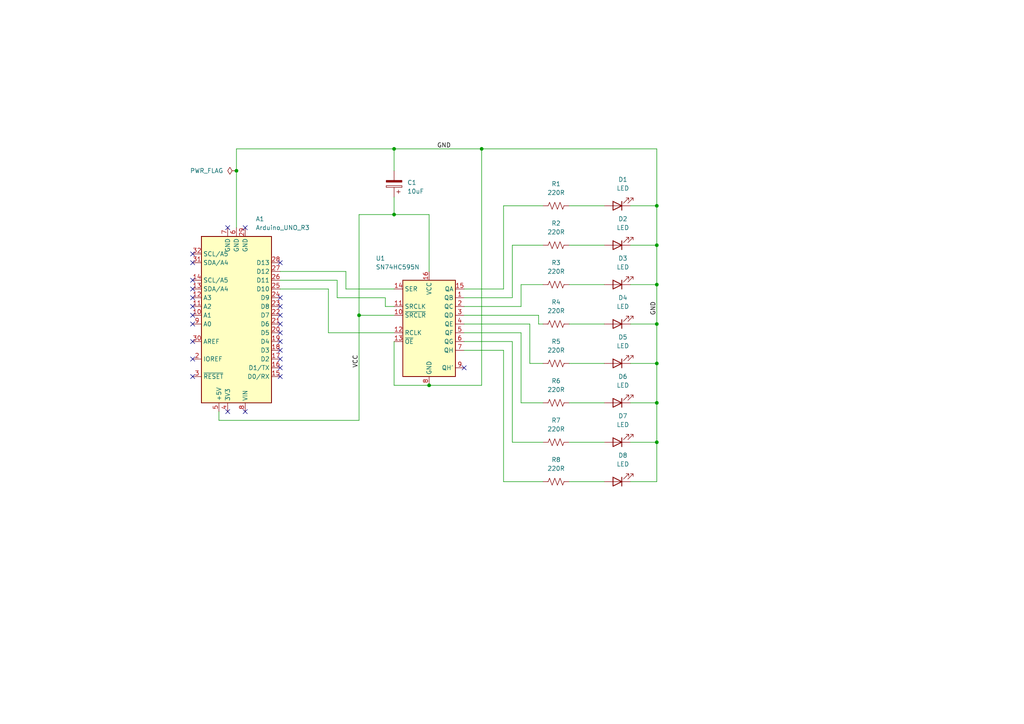
<source format=kicad_sch>
(kicad_sch
	(version 20231120)
	(generator "eeschema")
	(generator_version "8.0")
	(uuid "59814a0a-ee7f-4a26-98c9-ec67448287e1")
	(paper "A4")
	(title_block
		(title "SN74HC595N 8 LED Output with Arudino")
		(date "2024-10-15")
		(rev "0")
	)
	(lib_symbols
		(symbol "74xx:74HC595"
			(exclude_from_sim no)
			(in_bom yes)
			(on_board yes)
			(property "Reference" "U"
				(at -7.62 13.97 0)
				(effects
					(font
						(size 1.27 1.27)
					)
				)
			)
			(property "Value" "74HC595"
				(at -7.62 -16.51 0)
				(effects
					(font
						(size 1.27 1.27)
					)
				)
			)
			(property "Footprint" ""
				(at 0 0 0)
				(effects
					(font
						(size 1.27 1.27)
					)
					(hide yes)
				)
			)
			(property "Datasheet" "http://www.ti.com/lit/ds/symlink/sn74hc595.pdf"
				(at 0 0 0)
				(effects
					(font
						(size 1.27 1.27)
					)
					(hide yes)
				)
			)
			(property "Description" "8-bit serial in/out Shift Register 3-State Outputs"
				(at 0 0 0)
				(effects
					(font
						(size 1.27 1.27)
					)
					(hide yes)
				)
			)
			(property "ki_keywords" "HCMOS SR 3State"
				(at 0 0 0)
				(effects
					(font
						(size 1.27 1.27)
					)
					(hide yes)
				)
			)
			(property "ki_fp_filters" "DIP*W7.62mm* SOIC*3.9x9.9mm*P1.27mm* TSSOP*4.4x5mm*P0.65mm* SOIC*5.3x10.2mm*P1.27mm* SOIC*7.5x10.3mm*P1.27mm*"
				(at 0 0 0)
				(effects
					(font
						(size 1.27 1.27)
					)
					(hide yes)
				)
			)
			(symbol "74HC595_1_0"
				(pin tri_state line
					(at 10.16 7.62 180)
					(length 2.54)
					(name "QB"
						(effects
							(font
								(size 1.27 1.27)
							)
						)
					)
					(number "1"
						(effects
							(font
								(size 1.27 1.27)
							)
						)
					)
				)
				(pin input line
					(at -10.16 2.54 0)
					(length 2.54)
					(name "~{SRCLR}"
						(effects
							(font
								(size 1.27 1.27)
							)
						)
					)
					(number "10"
						(effects
							(font
								(size 1.27 1.27)
							)
						)
					)
				)
				(pin input line
					(at -10.16 5.08 0)
					(length 2.54)
					(name "SRCLK"
						(effects
							(font
								(size 1.27 1.27)
							)
						)
					)
					(number "11"
						(effects
							(font
								(size 1.27 1.27)
							)
						)
					)
				)
				(pin input line
					(at -10.16 -2.54 0)
					(length 2.54)
					(name "RCLK"
						(effects
							(font
								(size 1.27 1.27)
							)
						)
					)
					(number "12"
						(effects
							(font
								(size 1.27 1.27)
							)
						)
					)
				)
				(pin input line
					(at -10.16 -5.08 0)
					(length 2.54)
					(name "~{OE}"
						(effects
							(font
								(size 1.27 1.27)
							)
						)
					)
					(number "13"
						(effects
							(font
								(size 1.27 1.27)
							)
						)
					)
				)
				(pin input line
					(at -10.16 10.16 0)
					(length 2.54)
					(name "SER"
						(effects
							(font
								(size 1.27 1.27)
							)
						)
					)
					(number "14"
						(effects
							(font
								(size 1.27 1.27)
							)
						)
					)
				)
				(pin tri_state line
					(at 10.16 10.16 180)
					(length 2.54)
					(name "QA"
						(effects
							(font
								(size 1.27 1.27)
							)
						)
					)
					(number "15"
						(effects
							(font
								(size 1.27 1.27)
							)
						)
					)
				)
				(pin power_in line
					(at 0 15.24 270)
					(length 2.54)
					(name "VCC"
						(effects
							(font
								(size 1.27 1.27)
							)
						)
					)
					(number "16"
						(effects
							(font
								(size 1.27 1.27)
							)
						)
					)
				)
				(pin tri_state line
					(at 10.16 5.08 180)
					(length 2.54)
					(name "QC"
						(effects
							(font
								(size 1.27 1.27)
							)
						)
					)
					(number "2"
						(effects
							(font
								(size 1.27 1.27)
							)
						)
					)
				)
				(pin tri_state line
					(at 10.16 2.54 180)
					(length 2.54)
					(name "QD"
						(effects
							(font
								(size 1.27 1.27)
							)
						)
					)
					(number "3"
						(effects
							(font
								(size 1.27 1.27)
							)
						)
					)
				)
				(pin tri_state line
					(at 10.16 0 180)
					(length 2.54)
					(name "QE"
						(effects
							(font
								(size 1.27 1.27)
							)
						)
					)
					(number "4"
						(effects
							(font
								(size 1.27 1.27)
							)
						)
					)
				)
				(pin tri_state line
					(at 10.16 -2.54 180)
					(length 2.54)
					(name "QF"
						(effects
							(font
								(size 1.27 1.27)
							)
						)
					)
					(number "5"
						(effects
							(font
								(size 1.27 1.27)
							)
						)
					)
				)
				(pin tri_state line
					(at 10.16 -5.08 180)
					(length 2.54)
					(name "QG"
						(effects
							(font
								(size 1.27 1.27)
							)
						)
					)
					(number "6"
						(effects
							(font
								(size 1.27 1.27)
							)
						)
					)
				)
				(pin tri_state line
					(at 10.16 -7.62 180)
					(length 2.54)
					(name "QH"
						(effects
							(font
								(size 1.27 1.27)
							)
						)
					)
					(number "7"
						(effects
							(font
								(size 1.27 1.27)
							)
						)
					)
				)
				(pin power_in line
					(at 0 -17.78 90)
					(length 2.54)
					(name "GND"
						(effects
							(font
								(size 1.27 1.27)
							)
						)
					)
					(number "8"
						(effects
							(font
								(size 1.27 1.27)
							)
						)
					)
				)
				(pin output line
					(at 10.16 -12.7 180)
					(length 2.54)
					(name "QH'"
						(effects
							(font
								(size 1.27 1.27)
							)
						)
					)
					(number "9"
						(effects
							(font
								(size 1.27 1.27)
							)
						)
					)
				)
			)
			(symbol "74HC595_1_1"
				(rectangle
					(start -7.62 12.7)
					(end 7.62 -15.24)
					(stroke
						(width 0.254)
						(type default)
					)
					(fill
						(type background)
					)
				)
			)
		)
		(symbol "Device:C_Polarized"
			(pin_numbers hide)
			(pin_names
				(offset 0.254)
			)
			(exclude_from_sim no)
			(in_bom yes)
			(on_board yes)
			(property "Reference" "C"
				(at 0.635 2.54 0)
				(effects
					(font
						(size 1.27 1.27)
					)
					(justify left)
				)
			)
			(property "Value" "C_Polarized"
				(at 0.635 -2.54 0)
				(effects
					(font
						(size 1.27 1.27)
					)
					(justify left)
				)
			)
			(property "Footprint" ""
				(at 0.9652 -3.81 0)
				(effects
					(font
						(size 1.27 1.27)
					)
					(hide yes)
				)
			)
			(property "Datasheet" "~"
				(at 0 0 0)
				(effects
					(font
						(size 1.27 1.27)
					)
					(hide yes)
				)
			)
			(property "Description" "Polarized capacitor"
				(at 0 0 0)
				(effects
					(font
						(size 1.27 1.27)
					)
					(hide yes)
				)
			)
			(property "ki_keywords" "cap capacitor"
				(at 0 0 0)
				(effects
					(font
						(size 1.27 1.27)
					)
					(hide yes)
				)
			)
			(property "ki_fp_filters" "CP_*"
				(at 0 0 0)
				(effects
					(font
						(size 1.27 1.27)
					)
					(hide yes)
				)
			)
			(symbol "C_Polarized_0_1"
				(rectangle
					(start -2.286 0.508)
					(end 2.286 1.016)
					(stroke
						(width 0)
						(type default)
					)
					(fill
						(type none)
					)
				)
				(polyline
					(pts
						(xy -1.778 2.286) (xy -0.762 2.286)
					)
					(stroke
						(width 0)
						(type default)
					)
					(fill
						(type none)
					)
				)
				(polyline
					(pts
						(xy -1.27 2.794) (xy -1.27 1.778)
					)
					(stroke
						(width 0)
						(type default)
					)
					(fill
						(type none)
					)
				)
				(rectangle
					(start 2.286 -0.508)
					(end -2.286 -1.016)
					(stroke
						(width 0)
						(type default)
					)
					(fill
						(type outline)
					)
				)
			)
			(symbol "C_Polarized_1_1"
				(pin passive line
					(at 0 3.81 270)
					(length 2.794)
					(name "~"
						(effects
							(font
								(size 1.27 1.27)
							)
						)
					)
					(number "1"
						(effects
							(font
								(size 1.27 1.27)
							)
						)
					)
				)
				(pin passive line
					(at 0 -3.81 90)
					(length 2.794)
					(name "~"
						(effects
							(font
								(size 1.27 1.27)
							)
						)
					)
					(number "2"
						(effects
							(font
								(size 1.27 1.27)
							)
						)
					)
				)
			)
		)
		(symbol "Device:LED"
			(pin_numbers hide)
			(pin_names
				(offset 1.016) hide)
			(exclude_from_sim no)
			(in_bom yes)
			(on_board yes)
			(property "Reference" "D"
				(at 0 2.54 0)
				(effects
					(font
						(size 1.27 1.27)
					)
				)
			)
			(property "Value" "LED"
				(at 0 -2.54 0)
				(effects
					(font
						(size 1.27 1.27)
					)
				)
			)
			(property "Footprint" ""
				(at 0 0 0)
				(effects
					(font
						(size 1.27 1.27)
					)
					(hide yes)
				)
			)
			(property "Datasheet" "~"
				(at 0 0 0)
				(effects
					(font
						(size 1.27 1.27)
					)
					(hide yes)
				)
			)
			(property "Description" "Light emitting diode"
				(at 0 0 0)
				(effects
					(font
						(size 1.27 1.27)
					)
					(hide yes)
				)
			)
			(property "ki_keywords" "LED diode"
				(at 0 0 0)
				(effects
					(font
						(size 1.27 1.27)
					)
					(hide yes)
				)
			)
			(property "ki_fp_filters" "LED* LED_SMD:* LED_THT:*"
				(at 0 0 0)
				(effects
					(font
						(size 1.27 1.27)
					)
					(hide yes)
				)
			)
			(symbol "LED_0_1"
				(polyline
					(pts
						(xy -1.27 -1.27) (xy -1.27 1.27)
					)
					(stroke
						(width 0.254)
						(type default)
					)
					(fill
						(type none)
					)
				)
				(polyline
					(pts
						(xy -1.27 0) (xy 1.27 0)
					)
					(stroke
						(width 0)
						(type default)
					)
					(fill
						(type none)
					)
				)
				(polyline
					(pts
						(xy 1.27 -1.27) (xy 1.27 1.27) (xy -1.27 0) (xy 1.27 -1.27)
					)
					(stroke
						(width 0.254)
						(type default)
					)
					(fill
						(type none)
					)
				)
				(polyline
					(pts
						(xy -3.048 -0.762) (xy -4.572 -2.286) (xy -3.81 -2.286) (xy -4.572 -2.286) (xy -4.572 -1.524)
					)
					(stroke
						(width 0)
						(type default)
					)
					(fill
						(type none)
					)
				)
				(polyline
					(pts
						(xy -1.778 -0.762) (xy -3.302 -2.286) (xy -2.54 -2.286) (xy -3.302 -2.286) (xy -3.302 -1.524)
					)
					(stroke
						(width 0)
						(type default)
					)
					(fill
						(type none)
					)
				)
			)
			(symbol "LED_1_1"
				(pin passive line
					(at -3.81 0 0)
					(length 2.54)
					(name "K"
						(effects
							(font
								(size 1.27 1.27)
							)
						)
					)
					(number "1"
						(effects
							(font
								(size 1.27 1.27)
							)
						)
					)
				)
				(pin passive line
					(at 3.81 0 180)
					(length 2.54)
					(name "A"
						(effects
							(font
								(size 1.27 1.27)
							)
						)
					)
					(number "2"
						(effects
							(font
								(size 1.27 1.27)
							)
						)
					)
				)
			)
		)
		(symbol "Device:R_US"
			(pin_numbers hide)
			(pin_names
				(offset 0)
			)
			(exclude_from_sim no)
			(in_bom yes)
			(on_board yes)
			(property "Reference" "R"
				(at 2.54 0 90)
				(effects
					(font
						(size 1.27 1.27)
					)
				)
			)
			(property "Value" "R_US"
				(at -2.54 0 90)
				(effects
					(font
						(size 1.27 1.27)
					)
				)
			)
			(property "Footprint" ""
				(at 1.016 -0.254 90)
				(effects
					(font
						(size 1.27 1.27)
					)
					(hide yes)
				)
			)
			(property "Datasheet" "~"
				(at 0 0 0)
				(effects
					(font
						(size 1.27 1.27)
					)
					(hide yes)
				)
			)
			(property "Description" "Resistor, US symbol"
				(at 0 0 0)
				(effects
					(font
						(size 1.27 1.27)
					)
					(hide yes)
				)
			)
			(property "ki_keywords" "R res resistor"
				(at 0 0 0)
				(effects
					(font
						(size 1.27 1.27)
					)
					(hide yes)
				)
			)
			(property "ki_fp_filters" "R_*"
				(at 0 0 0)
				(effects
					(font
						(size 1.27 1.27)
					)
					(hide yes)
				)
			)
			(symbol "R_US_0_1"
				(polyline
					(pts
						(xy 0 -2.286) (xy 0 -2.54)
					)
					(stroke
						(width 0)
						(type default)
					)
					(fill
						(type none)
					)
				)
				(polyline
					(pts
						(xy 0 2.286) (xy 0 2.54)
					)
					(stroke
						(width 0)
						(type default)
					)
					(fill
						(type none)
					)
				)
				(polyline
					(pts
						(xy 0 -0.762) (xy 1.016 -1.143) (xy 0 -1.524) (xy -1.016 -1.905) (xy 0 -2.286)
					)
					(stroke
						(width 0)
						(type default)
					)
					(fill
						(type none)
					)
				)
				(polyline
					(pts
						(xy 0 0.762) (xy 1.016 0.381) (xy 0 0) (xy -1.016 -0.381) (xy 0 -0.762)
					)
					(stroke
						(width 0)
						(type default)
					)
					(fill
						(type none)
					)
				)
				(polyline
					(pts
						(xy 0 2.286) (xy 1.016 1.905) (xy 0 1.524) (xy -1.016 1.143) (xy 0 0.762)
					)
					(stroke
						(width 0)
						(type default)
					)
					(fill
						(type none)
					)
				)
			)
			(symbol "R_US_1_1"
				(pin passive line
					(at 0 3.81 270)
					(length 1.27)
					(name "~"
						(effects
							(font
								(size 1.27 1.27)
							)
						)
					)
					(number "1"
						(effects
							(font
								(size 1.27 1.27)
							)
						)
					)
				)
				(pin passive line
					(at 0 -3.81 90)
					(length 1.27)
					(name "~"
						(effects
							(font
								(size 1.27 1.27)
							)
						)
					)
					(number "2"
						(effects
							(font
								(size 1.27 1.27)
							)
						)
					)
				)
			)
		)
		(symbol "MCU_Module:Arduino_UNO_R3"
			(exclude_from_sim no)
			(in_bom yes)
			(on_board yes)
			(property "Reference" "A"
				(at -10.16 23.495 0)
				(effects
					(font
						(size 1.27 1.27)
					)
					(justify left bottom)
				)
			)
			(property "Value" "Arduino_UNO_R3"
				(at 5.08 -26.67 0)
				(effects
					(font
						(size 1.27 1.27)
					)
					(justify left top)
				)
			)
			(property "Footprint" "Module:Arduino_UNO_R3"
				(at 0 0 0)
				(effects
					(font
						(size 1.27 1.27)
						(italic yes)
					)
					(hide yes)
				)
			)
			(property "Datasheet" "https://www.arduino.cc/en/Main/arduinoBoardUno"
				(at 0 0 0)
				(effects
					(font
						(size 1.27 1.27)
					)
					(hide yes)
				)
			)
			(property "Description" "Arduino UNO Microcontroller Module, release 3"
				(at 0 0 0)
				(effects
					(font
						(size 1.27 1.27)
					)
					(hide yes)
				)
			)
			(property "ki_keywords" "Arduino UNO R3 Microcontroller Module Atmel AVR USB"
				(at 0 0 0)
				(effects
					(font
						(size 1.27 1.27)
					)
					(hide yes)
				)
			)
			(property "ki_fp_filters" "Arduino*UNO*R3*"
				(at 0 0 0)
				(effects
					(font
						(size 1.27 1.27)
					)
					(hide yes)
				)
			)
			(symbol "Arduino_UNO_R3_0_1"
				(rectangle
					(start -10.16 22.86)
					(end 10.16 -25.4)
					(stroke
						(width 0.254)
						(type default)
					)
					(fill
						(type background)
					)
				)
			)
			(symbol "Arduino_UNO_R3_1_1"
				(pin no_connect line
					(at -10.16 -20.32 0)
					(length 2.54) hide
					(name "NC"
						(effects
							(font
								(size 1.27 1.27)
							)
						)
					)
					(number "1"
						(effects
							(font
								(size 1.27 1.27)
							)
						)
					)
				)
				(pin bidirectional line
					(at 12.7 -2.54 180)
					(length 2.54)
					(name "A1"
						(effects
							(font
								(size 1.27 1.27)
							)
						)
					)
					(number "10"
						(effects
							(font
								(size 1.27 1.27)
							)
						)
					)
				)
				(pin bidirectional line
					(at 12.7 -5.08 180)
					(length 2.54)
					(name "A2"
						(effects
							(font
								(size 1.27 1.27)
							)
						)
					)
					(number "11"
						(effects
							(font
								(size 1.27 1.27)
							)
						)
					)
				)
				(pin bidirectional line
					(at 12.7 -7.62 180)
					(length 2.54)
					(name "A3"
						(effects
							(font
								(size 1.27 1.27)
							)
						)
					)
					(number "12"
						(effects
							(font
								(size 1.27 1.27)
							)
						)
					)
				)
				(pin bidirectional line
					(at 12.7 -10.16 180)
					(length 2.54)
					(name "SDA/A4"
						(effects
							(font
								(size 1.27 1.27)
							)
						)
					)
					(number "13"
						(effects
							(font
								(size 1.27 1.27)
							)
						)
					)
				)
				(pin bidirectional line
					(at 12.7 -12.7 180)
					(length 2.54)
					(name "SCL/A5"
						(effects
							(font
								(size 1.27 1.27)
							)
						)
					)
					(number "14"
						(effects
							(font
								(size 1.27 1.27)
							)
						)
					)
				)
				(pin bidirectional line
					(at -12.7 15.24 0)
					(length 2.54)
					(name "D0/RX"
						(effects
							(font
								(size 1.27 1.27)
							)
						)
					)
					(number "15"
						(effects
							(font
								(size 1.27 1.27)
							)
						)
					)
				)
				(pin bidirectional line
					(at -12.7 12.7 0)
					(length 2.54)
					(name "D1/TX"
						(effects
							(font
								(size 1.27 1.27)
							)
						)
					)
					(number "16"
						(effects
							(font
								(size 1.27 1.27)
							)
						)
					)
				)
				(pin bidirectional line
					(at -12.7 10.16 0)
					(length 2.54)
					(name "D2"
						(effects
							(font
								(size 1.27 1.27)
							)
						)
					)
					(number "17"
						(effects
							(font
								(size 1.27 1.27)
							)
						)
					)
				)
				(pin bidirectional line
					(at -12.7 7.62 0)
					(length 2.54)
					(name "D3"
						(effects
							(font
								(size 1.27 1.27)
							)
						)
					)
					(number "18"
						(effects
							(font
								(size 1.27 1.27)
							)
						)
					)
				)
				(pin bidirectional line
					(at -12.7 5.08 0)
					(length 2.54)
					(name "D4"
						(effects
							(font
								(size 1.27 1.27)
							)
						)
					)
					(number "19"
						(effects
							(font
								(size 1.27 1.27)
							)
						)
					)
				)
				(pin output line
					(at 12.7 10.16 180)
					(length 2.54)
					(name "IOREF"
						(effects
							(font
								(size 1.27 1.27)
							)
						)
					)
					(number "2"
						(effects
							(font
								(size 1.27 1.27)
							)
						)
					)
				)
				(pin bidirectional line
					(at -12.7 2.54 0)
					(length 2.54)
					(name "D5"
						(effects
							(font
								(size 1.27 1.27)
							)
						)
					)
					(number "20"
						(effects
							(font
								(size 1.27 1.27)
							)
						)
					)
				)
				(pin bidirectional line
					(at -12.7 0 0)
					(length 2.54)
					(name "D6"
						(effects
							(font
								(size 1.27 1.27)
							)
						)
					)
					(number "21"
						(effects
							(font
								(size 1.27 1.27)
							)
						)
					)
				)
				(pin bidirectional line
					(at -12.7 -2.54 0)
					(length 2.54)
					(name "D7"
						(effects
							(font
								(size 1.27 1.27)
							)
						)
					)
					(number "22"
						(effects
							(font
								(size 1.27 1.27)
							)
						)
					)
				)
				(pin bidirectional line
					(at -12.7 -5.08 0)
					(length 2.54)
					(name "D8"
						(effects
							(font
								(size 1.27 1.27)
							)
						)
					)
					(number "23"
						(effects
							(font
								(size 1.27 1.27)
							)
						)
					)
				)
				(pin bidirectional line
					(at -12.7 -7.62 0)
					(length 2.54)
					(name "D9"
						(effects
							(font
								(size 1.27 1.27)
							)
						)
					)
					(number "24"
						(effects
							(font
								(size 1.27 1.27)
							)
						)
					)
				)
				(pin bidirectional line
					(at -12.7 -10.16 0)
					(length 2.54)
					(name "D10"
						(effects
							(font
								(size 1.27 1.27)
							)
						)
					)
					(number "25"
						(effects
							(font
								(size 1.27 1.27)
							)
						)
					)
				)
				(pin bidirectional line
					(at -12.7 -12.7 0)
					(length 2.54)
					(name "D11"
						(effects
							(font
								(size 1.27 1.27)
							)
						)
					)
					(number "26"
						(effects
							(font
								(size 1.27 1.27)
							)
						)
					)
				)
				(pin bidirectional line
					(at -12.7 -15.24 0)
					(length 2.54)
					(name "D12"
						(effects
							(font
								(size 1.27 1.27)
							)
						)
					)
					(number "27"
						(effects
							(font
								(size 1.27 1.27)
							)
						)
					)
				)
				(pin bidirectional line
					(at -12.7 -17.78 0)
					(length 2.54)
					(name "D13"
						(effects
							(font
								(size 1.27 1.27)
							)
						)
					)
					(number "28"
						(effects
							(font
								(size 1.27 1.27)
							)
						)
					)
				)
				(pin power_in line
					(at -2.54 -27.94 90)
					(length 2.54)
					(name "GND"
						(effects
							(font
								(size 1.27 1.27)
							)
						)
					)
					(number "29"
						(effects
							(font
								(size 1.27 1.27)
							)
						)
					)
				)
				(pin input line
					(at 12.7 15.24 180)
					(length 2.54)
					(name "~{RESET}"
						(effects
							(font
								(size 1.27 1.27)
							)
						)
					)
					(number "3"
						(effects
							(font
								(size 1.27 1.27)
							)
						)
					)
				)
				(pin input line
					(at 12.7 5.08 180)
					(length 2.54)
					(name "AREF"
						(effects
							(font
								(size 1.27 1.27)
							)
						)
					)
					(number "30"
						(effects
							(font
								(size 1.27 1.27)
							)
						)
					)
				)
				(pin bidirectional line
					(at 12.7 -17.78 180)
					(length 2.54)
					(name "SDA/A4"
						(effects
							(font
								(size 1.27 1.27)
							)
						)
					)
					(number "31"
						(effects
							(font
								(size 1.27 1.27)
							)
						)
					)
				)
				(pin bidirectional line
					(at 12.7 -20.32 180)
					(length 2.54)
					(name "SCL/A5"
						(effects
							(font
								(size 1.27 1.27)
							)
						)
					)
					(number "32"
						(effects
							(font
								(size 1.27 1.27)
							)
						)
					)
				)
				(pin power_out line
					(at 2.54 25.4 270)
					(length 2.54)
					(name "3V3"
						(effects
							(font
								(size 1.27 1.27)
							)
						)
					)
					(number "4"
						(effects
							(font
								(size 1.27 1.27)
							)
						)
					)
				)
				(pin power_out line
					(at 5.08 25.4 270)
					(length 2.54)
					(name "+5V"
						(effects
							(font
								(size 1.27 1.27)
							)
						)
					)
					(number "5"
						(effects
							(font
								(size 1.27 1.27)
							)
						)
					)
				)
				(pin power_in line
					(at 0 -27.94 90)
					(length 2.54)
					(name "GND"
						(effects
							(font
								(size 1.27 1.27)
							)
						)
					)
					(number "6"
						(effects
							(font
								(size 1.27 1.27)
							)
						)
					)
				)
				(pin power_in line
					(at 2.54 -27.94 90)
					(length 2.54)
					(name "GND"
						(effects
							(font
								(size 1.27 1.27)
							)
						)
					)
					(number "7"
						(effects
							(font
								(size 1.27 1.27)
							)
						)
					)
				)
				(pin power_in line
					(at -2.54 25.4 270)
					(length 2.54)
					(name "VIN"
						(effects
							(font
								(size 1.27 1.27)
							)
						)
					)
					(number "8"
						(effects
							(font
								(size 1.27 1.27)
							)
						)
					)
				)
				(pin bidirectional line
					(at 12.7 0 180)
					(length 2.54)
					(name "A0"
						(effects
							(font
								(size 1.27 1.27)
							)
						)
					)
					(number "9"
						(effects
							(font
								(size 1.27 1.27)
							)
						)
					)
				)
			)
		)
		(symbol "power:PWR_FLAG"
			(power)
			(pin_numbers hide)
			(pin_names
				(offset 0) hide)
			(exclude_from_sim no)
			(in_bom yes)
			(on_board yes)
			(property "Reference" "#FLG"
				(at 0 1.905 0)
				(effects
					(font
						(size 1.27 1.27)
					)
					(hide yes)
				)
			)
			(property "Value" "PWR_FLAG"
				(at 0 3.81 0)
				(effects
					(font
						(size 1.27 1.27)
					)
				)
			)
			(property "Footprint" ""
				(at 0 0 0)
				(effects
					(font
						(size 1.27 1.27)
					)
					(hide yes)
				)
			)
			(property "Datasheet" "~"
				(at 0 0 0)
				(effects
					(font
						(size 1.27 1.27)
					)
					(hide yes)
				)
			)
			(property "Description" "Special symbol for telling ERC where power comes from"
				(at 0 0 0)
				(effects
					(font
						(size 1.27 1.27)
					)
					(hide yes)
				)
			)
			(property "ki_keywords" "flag power"
				(at 0 0 0)
				(effects
					(font
						(size 1.27 1.27)
					)
					(hide yes)
				)
			)
			(symbol "PWR_FLAG_0_0"
				(pin power_out line
					(at 0 0 90)
					(length 0)
					(name "~"
						(effects
							(font
								(size 1.27 1.27)
							)
						)
					)
					(number "1"
						(effects
							(font
								(size 1.27 1.27)
							)
						)
					)
				)
			)
			(symbol "PWR_FLAG_0_1"
				(polyline
					(pts
						(xy 0 0) (xy 0 1.27) (xy -1.016 1.905) (xy 0 2.54) (xy 1.016 1.905) (xy 0 1.27)
					)
					(stroke
						(width 0)
						(type default)
					)
					(fill
						(type none)
					)
				)
			)
		)
	)
	(junction
		(at 190.5 105.41)
		(diameter 0)
		(color 0 0 0 0)
		(uuid "21339f1d-2b7d-4a23-9319-6c3c2ac3d41c")
	)
	(junction
		(at 190.5 93.98)
		(diameter 0)
		(color 0 0 0 0)
		(uuid "239d3bc7-ca5f-474e-a32a-f3208de30f41")
	)
	(junction
		(at 124.46 111.76)
		(diameter 0)
		(color 0 0 0 0)
		(uuid "34f655fb-9ab8-4ad8-8857-31f5cba6a7ad")
	)
	(junction
		(at 190.5 128.27)
		(diameter 0)
		(color 0 0 0 0)
		(uuid "440b2424-1840-4f8a-9c92-c7270b8e3786")
	)
	(junction
		(at 139.7 43.18)
		(diameter 0)
		(color 0 0 0 0)
		(uuid "806b9930-059e-40cc-a143-541f10c844a0")
	)
	(junction
		(at 114.3 43.18)
		(diameter 0)
		(color 0 0 0 0)
		(uuid "8e9229c2-eb87-4668-9bd5-33a6abb02cf9")
	)
	(junction
		(at 190.5 82.55)
		(diameter 0)
		(color 0 0 0 0)
		(uuid "9ff9ed37-79be-4ff4-a255-98a57b3c3f58")
	)
	(junction
		(at 104.14 91.44)
		(diameter 0)
		(color 0 0 0 0)
		(uuid "b538b1e2-9999-49f5-b2f6-cb103e3941ee")
	)
	(junction
		(at 68.58 49.53)
		(diameter 0)
		(color 0 0 0 0)
		(uuid "bf979097-577f-43c2-b81e-a3cb326426e1")
	)
	(junction
		(at 114.3 62.23)
		(diameter 0)
		(color 0 0 0 0)
		(uuid "d042c355-330b-43b0-a9f8-f9ea6476b8b5")
	)
	(junction
		(at 190.5 71.12)
		(diameter 0)
		(color 0 0 0 0)
		(uuid "e227b1d9-84ac-484e-80ad-c6b994665ded")
	)
	(junction
		(at 190.5 116.84)
		(diameter 0)
		(color 0 0 0 0)
		(uuid "e39106b7-4dca-478e-b474-a3774383b4d9")
	)
	(junction
		(at 190.5 59.69)
		(diameter 0)
		(color 0 0 0 0)
		(uuid "e48d8964-bc29-40a1-87b2-d9ba7e28aa81")
	)
	(no_connect
		(at 81.28 96.52)
		(uuid "033795e5-f133-4a6e-8f92-68493cc3fc77")
	)
	(no_connect
		(at 81.28 91.44)
		(uuid "03cb53c1-3922-47d8-af58-35e2b47d0180")
	)
	(no_connect
		(at 55.88 99.06)
		(uuid "04e11123-3d96-4e4f-8da9-4753dbb86a92")
	)
	(no_connect
		(at 55.88 93.98)
		(uuid "088f6a64-05fd-4e37-9b11-27965ad35bac")
	)
	(no_connect
		(at 55.88 104.14)
		(uuid "0be3746a-83a3-4a79-a13e-b2278ce2891f")
	)
	(no_connect
		(at 66.04 66.04)
		(uuid "0e7f85e9-025a-4f1f-b095-f20807361ed4")
	)
	(no_connect
		(at 81.28 93.98)
		(uuid "1571b311-c533-44f9-a5e2-d89691beb02c")
	)
	(no_connect
		(at 71.12 66.04)
		(uuid "19dc80f9-2e64-445a-84c3-e19fd6c16f84")
	)
	(no_connect
		(at 81.28 88.9)
		(uuid "21c1da85-f0b2-4c76-ab57-e0fbdfdc4c66")
	)
	(no_connect
		(at 55.88 86.36)
		(uuid "2d5ac5bf-2e43-4ff4-999d-1487c9fa4004")
	)
	(no_connect
		(at 81.28 104.14)
		(uuid "3fb01f34-01e3-4a85-861a-901bcd7304fa")
	)
	(no_connect
		(at 71.12 119.38)
		(uuid "41a11666-ddea-4d27-a2f2-81932451bcc5")
	)
	(no_connect
		(at 66.04 119.38)
		(uuid "48a11ad9-f313-4d17-83fc-28eac076323f")
	)
	(no_connect
		(at 55.88 81.28)
		(uuid "51b5ea86-ed3a-4751-a79f-f522f22adc5b")
	)
	(no_connect
		(at 55.88 109.22)
		(uuid "60f0dfa7-6191-467a-8845-e07c16a39b99")
	)
	(no_connect
		(at 55.88 76.2)
		(uuid "688e63ac-54b2-4cee-a167-47c785721a8b")
	)
	(no_connect
		(at 134.62 106.68)
		(uuid "7c4f4004-18ac-4297-9913-726b38b6b1c0")
	)
	(no_connect
		(at 81.28 101.6)
		(uuid "81acc024-754f-4b5e-b5d0-63fcf32343f2")
	)
	(no_connect
		(at 55.88 83.82)
		(uuid "91041688-e6b5-46cb-824f-361a123afa4d")
	)
	(no_connect
		(at 55.88 91.44)
		(uuid "96e3f0ff-2082-43a6-a3c9-917cc602d9c9")
	)
	(no_connect
		(at 81.28 76.2)
		(uuid "99956bbc-f7de-4df3-abe0-a7f15140f7e9")
	)
	(no_connect
		(at 81.28 109.22)
		(uuid "a9a585f8-909a-4886-bc94-bf419843a985")
	)
	(no_connect
		(at 81.28 106.68)
		(uuid "ad8a78c8-23d8-46d8-bfdd-d2a6c9d5f02d")
	)
	(no_connect
		(at 55.88 88.9)
		(uuid "b88d9882-4bf8-47fe-b513-12ba5ac85dd0")
	)
	(no_connect
		(at 81.28 99.06)
		(uuid "d0ca7461-b1bc-4aff-b767-2ce4887a1927")
	)
	(no_connect
		(at 81.28 86.36)
		(uuid "e4fb4dee-cf72-46a6-bcd4-5819d1cadd3d")
	)
	(no_connect
		(at 55.88 73.66)
		(uuid "fd3998c0-49f7-4123-8ef3-09474434ac28")
	)
	(wire
		(pts
			(xy 111.76 88.9) (xy 114.3 88.9)
		)
		(stroke
			(width 0)
			(type default)
		)
		(uuid "0390bd1d-99a7-42a7-9408-b2910e7ef267")
	)
	(wire
		(pts
			(xy 97.79 81.28) (xy 97.79 86.36)
		)
		(stroke
			(width 0)
			(type default)
		)
		(uuid "07492995-8ad7-48aa-8582-de1bb1a3fc4f")
	)
	(wire
		(pts
			(xy 114.3 43.18) (xy 114.3 49.53)
		)
		(stroke
			(width 0)
			(type default)
		)
		(uuid "07f6ccd2-3502-40e4-bb9a-b0b8940e5ea1")
	)
	(wire
		(pts
			(xy 148.59 99.06) (xy 148.59 128.27)
		)
		(stroke
			(width 0)
			(type default)
		)
		(uuid "0800be93-6b86-4cd6-b0ba-e2a62242b22d")
	)
	(wire
		(pts
			(xy 190.5 59.69) (xy 190.5 71.12)
		)
		(stroke
			(width 0)
			(type default)
		)
		(uuid "0f90a9f0-838c-4726-9758-f70c748168ce")
	)
	(wire
		(pts
			(xy 114.3 99.06) (xy 114.3 111.76)
		)
		(stroke
			(width 0)
			(type default)
		)
		(uuid "130e0fc2-b532-4a87-8024-9a52214304f7")
	)
	(wire
		(pts
			(xy 182.88 105.41) (xy 190.5 105.41)
		)
		(stroke
			(width 0)
			(type default)
		)
		(uuid "16f13ab1-4b6f-4d82-abac-a1ef2ff4a456")
	)
	(wire
		(pts
			(xy 114.3 57.15) (xy 114.3 62.23)
		)
		(stroke
			(width 0)
			(type default)
		)
		(uuid "1988ddda-f456-45e4-87f8-21283a9c5077")
	)
	(wire
		(pts
			(xy 190.5 43.18) (xy 190.5 59.69)
		)
		(stroke
			(width 0)
			(type default)
		)
		(uuid "1f686470-cb4a-4811-b876-bd222777ba06")
	)
	(wire
		(pts
			(xy 190.5 105.41) (xy 190.5 116.84)
		)
		(stroke
			(width 0)
			(type default)
		)
		(uuid "26689953-3427-4e7c-9faf-45e28f5f2107")
	)
	(wire
		(pts
			(xy 100.33 78.74) (xy 100.33 83.82)
		)
		(stroke
			(width 0)
			(type default)
		)
		(uuid "2e5ba36c-1846-4b2b-8fa8-5af8c1daef42")
	)
	(wire
		(pts
			(xy 190.5 82.55) (xy 190.5 93.98)
		)
		(stroke
			(width 0)
			(type default)
		)
		(uuid "2ef6267e-d970-4acc-ae91-6c66b8ef0197")
	)
	(wire
		(pts
			(xy 104.14 91.44) (xy 114.3 91.44)
		)
		(stroke
			(width 0)
			(type default)
		)
		(uuid "2ff371e7-f717-4d74-b7af-a126b9ac8757")
	)
	(wire
		(pts
			(xy 104.14 62.23) (xy 104.14 91.44)
		)
		(stroke
			(width 0)
			(type default)
		)
		(uuid "32c408c6-16d4-4032-b206-6f7fcdd7a364")
	)
	(wire
		(pts
			(xy 68.58 66.04) (xy 68.58 49.53)
		)
		(stroke
			(width 0)
			(type default)
		)
		(uuid "330f8045-9213-48d6-a271-cd77c0726476")
	)
	(wire
		(pts
			(xy 165.1 116.84) (xy 175.26 116.84)
		)
		(stroke
			(width 0)
			(type default)
		)
		(uuid "3ef40951-3c4e-4d55-8bf9-440aa617682d")
	)
	(wire
		(pts
			(xy 182.88 116.84) (xy 190.5 116.84)
		)
		(stroke
			(width 0)
			(type default)
		)
		(uuid "3f8ca486-75bc-4808-8a72-0f59c3e56f53")
	)
	(wire
		(pts
			(xy 97.79 86.36) (xy 111.76 86.36)
		)
		(stroke
			(width 0)
			(type default)
		)
		(uuid "4b55c895-8237-4bd3-bcef-9d31190b4885")
	)
	(wire
		(pts
			(xy 124.46 111.76) (xy 139.7 111.76)
		)
		(stroke
			(width 0)
			(type default)
		)
		(uuid "4dbac1d5-6f73-477b-9f9b-6aba85bc29d6")
	)
	(wire
		(pts
			(xy 153.67 105.41) (xy 157.48 105.41)
		)
		(stroke
			(width 0)
			(type default)
		)
		(uuid "4ec4735a-facb-4d2a-86d8-b0670216472b")
	)
	(wire
		(pts
			(xy 134.62 88.9) (xy 151.13 88.9)
		)
		(stroke
			(width 0)
			(type default)
		)
		(uuid "512e02ae-7210-496e-81fc-d2ad120694c2")
	)
	(wire
		(pts
			(xy 114.3 96.52) (xy 95.25 96.52)
		)
		(stroke
			(width 0)
			(type default)
		)
		(uuid "51dcf633-be00-4116-8ac0-a35790e254b9")
	)
	(wire
		(pts
			(xy 81.28 81.28) (xy 97.79 81.28)
		)
		(stroke
			(width 0)
			(type default)
		)
		(uuid "5246d433-b907-4d7f-9cb4-8ca04bc837b9")
	)
	(wire
		(pts
			(xy 134.62 99.06) (xy 148.59 99.06)
		)
		(stroke
			(width 0)
			(type default)
		)
		(uuid "53521a01-fdfa-4c59-8119-0f73cc61583d")
	)
	(wire
		(pts
			(xy 146.05 59.69) (xy 157.48 59.69)
		)
		(stroke
			(width 0)
			(type default)
		)
		(uuid "541334b0-e76f-442e-aea8-cf962ade889a")
	)
	(wire
		(pts
			(xy 146.05 101.6) (xy 146.05 139.7)
		)
		(stroke
			(width 0)
			(type default)
		)
		(uuid "571213e3-aa4b-4d36-adad-e2b9c184768c")
	)
	(wire
		(pts
			(xy 165.1 82.55) (xy 175.26 82.55)
		)
		(stroke
			(width 0)
			(type default)
		)
		(uuid "5c53caaa-eb21-4eff-b8f5-0f08f51077f8")
	)
	(wire
		(pts
			(xy 182.88 82.55) (xy 190.5 82.55)
		)
		(stroke
			(width 0)
			(type default)
		)
		(uuid "5d2670d0-8259-4cff-af15-e2f753ed79fc")
	)
	(wire
		(pts
			(xy 148.59 128.27) (xy 157.48 128.27)
		)
		(stroke
			(width 0)
			(type default)
		)
		(uuid "5ff6c159-acc2-48b1-a64d-eeb8f3a45d39")
	)
	(wire
		(pts
			(xy 190.5 116.84) (xy 190.5 128.27)
		)
		(stroke
			(width 0)
			(type default)
		)
		(uuid "676570cc-e62e-486e-9b8a-01635c501f0f")
	)
	(wire
		(pts
			(xy 165.1 59.69) (xy 175.26 59.69)
		)
		(stroke
			(width 0)
			(type default)
		)
		(uuid "6872be37-40a5-4601-ae5b-ca19df4f309c")
	)
	(wire
		(pts
			(xy 114.3 43.18) (xy 139.7 43.18)
		)
		(stroke
			(width 0)
			(type default)
		)
		(uuid "6adfa93d-bda8-4591-a5ac-c2b3315f560d")
	)
	(wire
		(pts
			(xy 139.7 111.76) (xy 139.7 43.18)
		)
		(stroke
			(width 0)
			(type default)
		)
		(uuid "6f2a3837-f195-4717-aded-31bcb0fbb8e5")
	)
	(wire
		(pts
			(xy 134.62 83.82) (xy 146.05 83.82)
		)
		(stroke
			(width 0)
			(type default)
		)
		(uuid "6f4dee7c-a68c-46e9-b85c-8e3d7dc497ee")
	)
	(wire
		(pts
			(xy 165.1 71.12) (xy 175.26 71.12)
		)
		(stroke
			(width 0)
			(type default)
		)
		(uuid "7314f224-12ec-4cc1-895a-28cea4ef9556")
	)
	(wire
		(pts
			(xy 134.62 86.36) (xy 148.59 86.36)
		)
		(stroke
			(width 0)
			(type default)
		)
		(uuid "7c985c64-14b9-496c-8de7-b7404dc4b32c")
	)
	(wire
		(pts
			(xy 146.05 139.7) (xy 157.48 139.7)
		)
		(stroke
			(width 0)
			(type default)
		)
		(uuid "820f9cb4-2cc9-40c5-a898-9f6f7227b7a6")
	)
	(wire
		(pts
			(xy 134.62 93.98) (xy 153.67 93.98)
		)
		(stroke
			(width 0)
			(type default)
		)
		(uuid "82951772-f0be-409e-89c3-b48c1c3c3a34")
	)
	(wire
		(pts
			(xy 63.5 121.92) (xy 104.14 121.92)
		)
		(stroke
			(width 0)
			(type default)
		)
		(uuid "84c83704-0d41-4a44-ae6a-4a541243f9b0")
	)
	(wire
		(pts
			(xy 146.05 83.82) (xy 146.05 59.69)
		)
		(stroke
			(width 0)
			(type default)
		)
		(uuid "854cef5f-9fae-4134-a7d9-7a541ebef39c")
	)
	(wire
		(pts
			(xy 148.59 71.12) (xy 157.48 71.12)
		)
		(stroke
			(width 0)
			(type default)
		)
		(uuid "8615b148-0cfb-4e98-b631-6658b05bec4c")
	)
	(wire
		(pts
			(xy 156.21 93.98) (xy 157.48 93.98)
		)
		(stroke
			(width 0)
			(type default)
		)
		(uuid "8664483a-646a-4789-bc4b-f95e8854a0e4")
	)
	(wire
		(pts
			(xy 165.1 139.7) (xy 175.26 139.7)
		)
		(stroke
			(width 0)
			(type default)
		)
		(uuid "88369500-d6a4-4686-94e0-e4290d0e0bec")
	)
	(wire
		(pts
			(xy 182.88 93.98) (xy 190.5 93.98)
		)
		(stroke
			(width 0)
			(type default)
		)
		(uuid "94c3d2c0-28f3-43f6-a113-788a0b661871")
	)
	(wire
		(pts
			(xy 134.62 101.6) (xy 146.05 101.6)
		)
		(stroke
			(width 0)
			(type default)
		)
		(uuid "96b23ae2-b356-4845-a2ee-c8edd67ba044")
	)
	(wire
		(pts
			(xy 95.25 83.82) (xy 95.25 96.52)
		)
		(stroke
			(width 0)
			(type default)
		)
		(uuid "997dbdb4-7b9e-4d96-93f6-f0bcef87f13c")
	)
	(wire
		(pts
			(xy 153.67 93.98) (xy 153.67 105.41)
		)
		(stroke
			(width 0)
			(type default)
		)
		(uuid "9bf7f70a-24f2-4e16-a53f-574061dd37b4")
	)
	(wire
		(pts
			(xy 148.59 86.36) (xy 148.59 71.12)
		)
		(stroke
			(width 0)
			(type default)
		)
		(uuid "9f3bdcb7-73e5-403d-8a23-1499f792c402")
	)
	(wire
		(pts
			(xy 124.46 62.23) (xy 124.46 78.74)
		)
		(stroke
			(width 0)
			(type default)
		)
		(uuid "a16aa49b-0bfc-4fc6-92cf-07a1b8fc9ff0")
	)
	(wire
		(pts
			(xy 104.14 91.44) (xy 104.14 121.92)
		)
		(stroke
			(width 0)
			(type default)
		)
		(uuid "a1ca7668-f6ec-4d5e-9412-500b982c0e86")
	)
	(wire
		(pts
			(xy 182.88 139.7) (xy 190.5 139.7)
		)
		(stroke
			(width 0)
			(type default)
		)
		(uuid "a2a48454-2cc3-4791-b30b-adcfabdc8313")
	)
	(wire
		(pts
			(xy 165.1 93.98) (xy 175.26 93.98)
		)
		(stroke
			(width 0)
			(type default)
		)
		(uuid "a3cc2219-8d12-48d8-a158-914600b341b5")
	)
	(wire
		(pts
			(xy 124.46 111.76) (xy 114.3 111.76)
		)
		(stroke
			(width 0)
			(type default)
		)
		(uuid "a8c8ae06-06fb-459b-8a4f-6f15869b3fe8")
	)
	(wire
		(pts
			(xy 104.14 62.23) (xy 114.3 62.23)
		)
		(stroke
			(width 0)
			(type default)
		)
		(uuid "a8c8d64b-d8c1-4db8-a4d1-4773f37e0e91")
	)
	(wire
		(pts
			(xy 165.1 128.27) (xy 175.26 128.27)
		)
		(stroke
			(width 0)
			(type default)
		)
		(uuid "ab3ac22d-37c4-4d5a-a93e-8cbdb6aee1a9")
	)
	(wire
		(pts
			(xy 68.58 43.18) (xy 114.3 43.18)
		)
		(stroke
			(width 0)
			(type default)
		)
		(uuid "aff8affe-43f5-4d56-96cf-68c3666a08e1")
	)
	(wire
		(pts
			(xy 165.1 105.41) (xy 175.26 105.41)
		)
		(stroke
			(width 0)
			(type default)
		)
		(uuid "b466fa5c-35c6-41da-8dcf-091f7cbb358f")
	)
	(wire
		(pts
			(xy 139.7 43.18) (xy 190.5 43.18)
		)
		(stroke
			(width 0)
			(type default)
		)
		(uuid "b548f1e2-086f-4c0f-b6d3-f62515f88b62")
	)
	(wire
		(pts
			(xy 182.88 71.12) (xy 190.5 71.12)
		)
		(stroke
			(width 0)
			(type default)
		)
		(uuid "b94e1093-6377-47c8-99ef-fc45978e100f")
	)
	(wire
		(pts
			(xy 81.28 78.74) (xy 100.33 78.74)
		)
		(stroke
			(width 0)
			(type default)
		)
		(uuid "bc941f14-9ef9-4693-b4ba-82b1536e5f36")
	)
	(wire
		(pts
			(xy 134.62 91.44) (xy 156.21 91.44)
		)
		(stroke
			(width 0)
			(type default)
		)
		(uuid "bd84ac61-031c-4e2c-9255-15608ff01b55")
	)
	(wire
		(pts
			(xy 190.5 128.27) (xy 190.5 139.7)
		)
		(stroke
			(width 0)
			(type default)
		)
		(uuid "c401fbc7-d264-4bbf-91ed-db2eb9736f9a")
	)
	(wire
		(pts
			(xy 63.5 119.38) (xy 63.5 121.92)
		)
		(stroke
			(width 0)
			(type default)
		)
		(uuid "c513954b-a895-4e52-855e-b7f9ca1e5d84")
	)
	(wire
		(pts
			(xy 156.21 91.44) (xy 156.21 93.98)
		)
		(stroke
			(width 0)
			(type default)
		)
		(uuid "c63fe007-bd30-4b0a-9290-b4c1ae01f700")
	)
	(wire
		(pts
			(xy 134.62 96.52) (xy 151.13 96.52)
		)
		(stroke
			(width 0)
			(type default)
		)
		(uuid "c7e871a5-493d-4d97-80a2-699cd98d86f3")
	)
	(wire
		(pts
			(xy 151.13 88.9) (xy 151.13 82.55)
		)
		(stroke
			(width 0)
			(type default)
		)
		(uuid "cccec504-685a-44f0-b74b-cb8de6f92186")
	)
	(wire
		(pts
			(xy 190.5 71.12) (xy 190.5 82.55)
		)
		(stroke
			(width 0)
			(type default)
		)
		(uuid "d5c7b453-2132-474f-8d56-8d92ac3c1649")
	)
	(wire
		(pts
			(xy 182.88 128.27) (xy 190.5 128.27)
		)
		(stroke
			(width 0)
			(type default)
		)
		(uuid "def1fcd1-56c1-4ab5-b06c-627c6d65e29d")
	)
	(wire
		(pts
			(xy 111.76 86.36) (xy 111.76 88.9)
		)
		(stroke
			(width 0)
			(type default)
		)
		(uuid "e26c5b32-0b16-4a55-968e-a7221fe203d5")
	)
	(wire
		(pts
			(xy 151.13 82.55) (xy 157.48 82.55)
		)
		(stroke
			(width 0)
			(type default)
		)
		(uuid "e69ae52b-2968-4634-8fe4-6870d14e7811")
	)
	(wire
		(pts
			(xy 190.5 93.98) (xy 190.5 105.41)
		)
		(stroke
			(width 0)
			(type default)
		)
		(uuid "e82935dc-b798-4963-bc4b-390813376000")
	)
	(wire
		(pts
			(xy 114.3 62.23) (xy 124.46 62.23)
		)
		(stroke
			(width 0)
			(type default)
		)
		(uuid "f1a256f7-fdcc-41aa-8a14-43d84862b53b")
	)
	(wire
		(pts
			(xy 151.13 116.84) (xy 157.48 116.84)
		)
		(stroke
			(width 0)
			(type default)
		)
		(uuid "f1beff21-b519-4612-80ec-60455997cc82")
	)
	(wire
		(pts
			(xy 182.88 59.69) (xy 190.5 59.69)
		)
		(stroke
			(width 0)
			(type default)
		)
		(uuid "f3106742-38ef-4824-9385-d2169d04e48a")
	)
	(wire
		(pts
			(xy 68.58 49.53) (xy 68.58 43.18)
		)
		(stroke
			(width 0)
			(type default)
		)
		(uuid "f90445c0-6b3d-415e-aeef-ffaf2604c574")
	)
	(wire
		(pts
			(xy 100.33 83.82) (xy 114.3 83.82)
		)
		(stroke
			(width 0)
			(type default)
		)
		(uuid "f95b8824-dd1b-4646-806c-6d4a0e4f86a8")
	)
	(wire
		(pts
			(xy 81.28 83.82) (xy 95.25 83.82)
		)
		(stroke
			(width 0)
			(type default)
		)
		(uuid "f983b2ee-36fa-4599-b7e2-edae15da7537")
	)
	(wire
		(pts
			(xy 151.13 96.52) (xy 151.13 116.84)
		)
		(stroke
			(width 0)
			(type default)
		)
		(uuid "f991cb0d-797c-4466-9401-264bbdef10fc")
	)
	(label "VCC"
		(at 104.14 106.68 90)
		(fields_autoplaced yes)
		(effects
			(font
				(size 1.27 1.27)
			)
			(justify left bottom)
		)
		(uuid "324a0d4c-e713-4a5c-b174-ac5939cd7915")
	)
	(label "GND"
		(at 190.5 91.44 90)
		(fields_autoplaced yes)
		(effects
			(font
				(size 1.27 1.27)
			)
			(justify left bottom)
		)
		(uuid "9696a38a-2182-46cb-8bef-84416d70068e")
	)
	(label "GND"
		(at 130.81 43.18 180)
		(fields_autoplaced yes)
		(effects
			(font
				(size 1.27 1.27)
			)
			(justify right bottom)
		)
		(uuid "9e01aa27-c637-440d-92f3-22946676159a")
	)
	(symbol
		(lib_id "Device:R_US")
		(at 161.29 128.27 90)
		(unit 1)
		(exclude_from_sim no)
		(in_bom yes)
		(on_board yes)
		(dnp no)
		(fields_autoplaced yes)
		(uuid "0117769a-bb4d-462d-b2db-944500336c21")
		(property "Reference" "R7"
			(at 161.29 121.92 90)
			(effects
				(font
					(size 1.27 1.27)
				)
			)
		)
		(property "Value" "220R"
			(at 161.29 124.46 90)
			(effects
				(font
					(size 1.27 1.27)
				)
			)
		)
		(property "Footprint" "Resistor_THT:R_Axial_DIN0207_L6.3mm_D2.5mm_P10.16mm_Horizontal"
			(at 161.544 127.254 90)
			(effects
				(font
					(size 1.27 1.27)
				)
				(hide yes)
			)
		)
		(property "Datasheet" "~"
			(at 161.29 128.27 0)
			(effects
				(font
					(size 1.27 1.27)
				)
				(hide yes)
			)
		)
		(property "Description" "Resistor, US symbol"
			(at 161.29 128.27 0)
			(effects
				(font
					(size 1.27 1.27)
				)
				(hide yes)
			)
		)
		(pin "2"
			(uuid "33adfb08-111d-4bc7-8d1d-101237fe60a8")
		)
		(pin "1"
			(uuid "f511a417-8653-4a55-bdd6-e9664ddb0959")
		)
		(instances
			(project "8-led-output"
				(path "/59814a0a-ee7f-4a26-98c9-ec67448287e1"
					(reference "R7")
					(unit 1)
				)
			)
		)
	)
	(symbol
		(lib_id "Device:LED")
		(at 179.07 139.7 180)
		(unit 1)
		(exclude_from_sim no)
		(in_bom yes)
		(on_board yes)
		(dnp no)
		(fields_autoplaced yes)
		(uuid "02ca2a8f-9a89-4ca8-b3fa-0ae4551bfb13")
		(property "Reference" "D8"
			(at 180.6575 132.08 0)
			(effects
				(font
					(size 1.27 1.27)
				)
			)
		)
		(property "Value" "LED"
			(at 180.6575 134.62 0)
			(effects
				(font
					(size 1.27 1.27)
				)
			)
		)
		(property "Footprint" "LED_THT:LED_D5.0mm"
			(at 179.07 139.7 0)
			(effects
				(font
					(size 1.27 1.27)
				)
				(hide yes)
			)
		)
		(property "Datasheet" "~"
			(at 179.07 139.7 0)
			(effects
				(font
					(size 1.27 1.27)
				)
				(hide yes)
			)
		)
		(property "Description" "Light emitting diode"
			(at 179.07 139.7 0)
			(effects
				(font
					(size 1.27 1.27)
				)
				(hide yes)
			)
		)
		(pin "1"
			(uuid "79f0f21c-2d3b-43eb-bf11-88c1dc76dc4d")
		)
		(pin "2"
			(uuid "a7d62a6e-259f-4cfc-9374-b00edc84bde8")
		)
		(instances
			(project "8-led-output"
				(path "/59814a0a-ee7f-4a26-98c9-ec67448287e1"
					(reference "D8")
					(unit 1)
				)
			)
		)
	)
	(symbol
		(lib_id "MCU_Module:Arduino_UNO_R3")
		(at 68.58 93.98 180)
		(unit 1)
		(exclude_from_sim no)
		(in_bom yes)
		(on_board yes)
		(dnp no)
		(fields_autoplaced yes)
		(uuid "19f48916-6bef-424d-8ffa-eda5f3ea5e3a")
		(property "Reference" "A1"
			(at 74.1365 63.5 0)
			(effects
				(font
					(size 1.27 1.27)
				)
				(justify right)
			)
		)
		(property "Value" "Arduino_UNO_R3"
			(at 74.1365 66.04 0)
			(effects
				(font
					(size 1.27 1.27)
				)
				(justify right)
			)
		)
		(property "Footprint" "Module:Arduino_UNO_R3"
			(at 68.58 93.98 0)
			(effects
				(font
					(size 1.27 1.27)
					(italic yes)
				)
				(hide yes)
			)
		)
		(property "Datasheet" "https://www.arduino.cc/en/Main/arduinoBoardUno"
			(at 68.58 93.98 0)
			(effects
				(font
					(size 1.27 1.27)
				)
				(hide yes)
			)
		)
		(property "Description" "Arduino UNO Microcontroller Module, release 3"
			(at 68.58 93.98 0)
			(effects
				(font
					(size 1.27 1.27)
				)
				(hide yes)
			)
		)
		(pin "16"
			(uuid "91234490-209d-4d13-870f-23997ca857a4")
		)
		(pin "10"
			(uuid "fb45bbe4-d62c-488a-ba78-e14f4208164b")
		)
		(pin "28"
			(uuid "c4b3f67b-191b-45e9-81f0-c126fe0e0a00")
		)
		(pin "5"
			(uuid "b126d387-464a-4b63-acb9-22320f275acb")
		)
		(pin "32"
			(uuid "ca7effe4-b85f-4612-a16c-12ba046c4501")
		)
		(pin "30"
			(uuid "bcdc175f-1a45-4948-bdb8-19322eaeb0c0")
		)
		(pin "19"
			(uuid "de947247-9d62-4f84-9928-4428e03e0489")
		)
		(pin "31"
			(uuid "9f484051-87b2-42b4-8523-f0faf8fc70d7")
		)
		(pin "21"
			(uuid "a5e1c2f3-d472-4e72-b1c5-faa422a0b25b")
		)
		(pin "25"
			(uuid "2a64fc38-9794-4a2d-8939-023505d3e6c2")
		)
		(pin "18"
			(uuid "1594b11e-5388-4aeb-b3e2-beb46c73b20a")
		)
		(pin "27"
			(uuid "18e9cf2b-8f07-46ee-8d7c-8d2cf7713474")
		)
		(pin "8"
			(uuid "4fe2d48a-b4b5-4a1d-bb3d-67a4c0279322")
		)
		(pin "15"
			(uuid "641bb3fb-f93e-42ea-ab95-d722ac4b5cb0")
		)
		(pin "12"
			(uuid "fa0dad41-37ef-4301-b3f4-aa7dd59d8b83")
		)
		(pin "20"
			(uuid "9361c569-fd28-4e2e-8c5e-10f2d3416019")
		)
		(pin "2"
			(uuid "61c814e6-e6e1-4313-9847-1c7691a84be4")
		)
		(pin "24"
			(uuid "e20bbd2a-5fdf-45ec-ba53-e7178da1a9ba")
		)
		(pin "29"
			(uuid "22d234d3-b5c2-4ac1-a80b-b649009e7950")
		)
		(pin "4"
			(uuid "4c1fcae1-0f12-4644-8622-2676eaeb4d3e")
		)
		(pin "6"
			(uuid "f8a1b0d4-ceac-431b-821f-f40e07f81d38")
		)
		(pin "17"
			(uuid "20ad33ce-25e0-4e20-b39a-bee4d6e28958")
		)
		(pin "7"
			(uuid "ec485744-ce38-4098-ba3f-b4dd9d3131bc")
		)
		(pin "1"
			(uuid "478951e9-834c-4b96-ab20-e7626d73bc8a")
		)
		(pin "9"
			(uuid "4711f3ce-9e83-4bb9-ab84-12ee81bdebcf")
		)
		(pin "13"
			(uuid "8bfd2535-8568-49e5-9af7-d1d7c65cab59")
		)
		(pin "26"
			(uuid "40d0fda3-4a1e-4eae-98a7-0a5db85738d3")
		)
		(pin "3"
			(uuid "9f46a46b-0fa6-4e22-a3cf-1f48b8962768")
		)
		(pin "11"
			(uuid "5c7fa9f5-494b-4634-9f50-78af0adf8480")
		)
		(pin "22"
			(uuid "b82dafc4-9cdc-4e7c-bb40-d61288941f92")
		)
		(pin "23"
			(uuid "cbcc6455-9b33-4d47-8dcb-3bc865f55e6f")
		)
		(pin "14"
			(uuid "a6d8c0b0-48dd-4070-aef8-8dde3df4a9a8")
		)
		(instances
			(project ""
				(path "/59814a0a-ee7f-4a26-98c9-ec67448287e1"
					(reference "A1")
					(unit 1)
				)
			)
		)
	)
	(symbol
		(lib_id "Device:R_US")
		(at 161.29 139.7 90)
		(unit 1)
		(exclude_from_sim no)
		(in_bom yes)
		(on_board yes)
		(dnp no)
		(uuid "1e36f23a-40e9-48d0-872c-ad079d25b112")
		(property "Reference" "R8"
			(at 161.29 133.35 90)
			(effects
				(font
					(size 1.27 1.27)
				)
			)
		)
		(property "Value" "220R"
			(at 161.29 135.89 90)
			(effects
				(font
					(size 1.27 1.27)
				)
			)
		)
		(property "Footprint" "Resistor_THT:R_Axial_DIN0207_L6.3mm_D2.5mm_P10.16mm_Horizontal"
			(at 161.544 138.684 90)
			(effects
				(font
					(size 1.27 1.27)
				)
				(hide yes)
			)
		)
		(property "Datasheet" "~"
			(at 161.29 139.7 0)
			(effects
				(font
					(size 1.27 1.27)
				)
				(hide yes)
			)
		)
		(property "Description" "Resistor, US symbol"
			(at 161.29 139.7 0)
			(effects
				(font
					(size 1.27 1.27)
				)
				(hide yes)
			)
		)
		(pin "2"
			(uuid "d2546f5b-bef2-472a-8e7c-4407c4e63797")
		)
		(pin "1"
			(uuid "96d1e667-8e97-4c80-937a-c30881282b4a")
		)
		(instances
			(project "8-led-output"
				(path "/59814a0a-ee7f-4a26-98c9-ec67448287e1"
					(reference "R8")
					(unit 1)
				)
			)
		)
	)
	(symbol
		(lib_id "Device:R_US")
		(at 161.29 116.84 90)
		(unit 1)
		(exclude_from_sim no)
		(in_bom yes)
		(on_board yes)
		(dnp no)
		(fields_autoplaced yes)
		(uuid "26241fb3-1878-473e-8086-797f484fa726")
		(property "Reference" "R6"
			(at 161.29 110.49 90)
			(effects
				(font
					(size 1.27 1.27)
				)
			)
		)
		(property "Value" "220R"
			(at 161.29 113.03 90)
			(effects
				(font
					(size 1.27 1.27)
				)
			)
		)
		(property "Footprint" "Resistor_THT:R_Axial_DIN0207_L6.3mm_D2.5mm_P10.16mm_Horizontal"
			(at 161.544 115.824 90)
			(effects
				(font
					(size 1.27 1.27)
				)
				(hide yes)
			)
		)
		(property "Datasheet" "~"
			(at 161.29 116.84 0)
			(effects
				(font
					(size 1.27 1.27)
				)
				(hide yes)
			)
		)
		(property "Description" "Resistor, US symbol"
			(at 161.29 116.84 0)
			(effects
				(font
					(size 1.27 1.27)
				)
				(hide yes)
			)
		)
		(pin "2"
			(uuid "5d2143a6-f49d-4cd1-853e-24e359b5e9fc")
		)
		(pin "1"
			(uuid "74b9875d-c7a5-4971-806c-3fa9646f84bc")
		)
		(instances
			(project "8-led-output"
				(path "/59814a0a-ee7f-4a26-98c9-ec67448287e1"
					(reference "R6")
					(unit 1)
				)
			)
		)
	)
	(symbol
		(lib_id "74xx:74HC595")
		(at 124.46 93.98 0)
		(unit 1)
		(exclude_from_sim no)
		(in_bom yes)
		(on_board yes)
		(dnp no)
		(uuid "36f65701-951a-4cca-b477-f5959e2dce18")
		(property "Reference" "U1"
			(at 108.966 74.93 0)
			(effects
				(font
					(size 1.27 1.27)
				)
				(justify left)
			)
		)
		(property "Value" "SN74HC595N"
			(at 108.966 77.47 0)
			(effects
				(font
					(size 1.27 1.27)
				)
				(justify left)
			)
		)
		(property "Footprint" "Package_DIP:DIP-16_W7.62mm_LongPads"
			(at 124.46 93.98 0)
			(effects
				(font
					(size 1.27 1.27)
				)
				(hide yes)
			)
		)
		(property "Datasheet" "http://www.ti.com/lit/ds/symlink/sn74hc595.pdf"
			(at 124.46 93.98 0)
			(effects
				(font
					(size 1.27 1.27)
				)
				(hide yes)
			)
		)
		(property "Description" "8-bit serial in/out Shift Register 3-State Outputs"
			(at 124.46 93.98 0)
			(effects
				(font
					(size 1.27 1.27)
				)
				(hide yes)
			)
		)
		(pin "10"
			(uuid "3eefa280-bbc5-4cd2-8929-750abdc1724e")
		)
		(pin "13"
			(uuid "644eef1a-87c7-4bcc-9d54-8c1e837ec961")
		)
		(pin "5"
			(uuid "642a4834-c924-4ebe-b8c8-6580b9f1e8e4")
		)
		(pin "14"
			(uuid "cbec66b6-954b-43e7-ada4-671f07788f56")
		)
		(pin "7"
			(uuid "7d578592-bc65-4a35-9aa5-8badfbae217f")
		)
		(pin "1"
			(uuid "13732c02-e947-4c97-ad46-251fa1e63d32")
		)
		(pin "2"
			(uuid "b4b7200c-5c48-46f4-8477-e516415ae590")
		)
		(pin "9"
			(uuid "cd841db9-9553-476a-b5d2-fbc0b39538d5")
		)
		(pin "8"
			(uuid "4d46d594-becf-4976-8959-45d0ad78d187")
		)
		(pin "4"
			(uuid "534ab2c1-4852-48f2-bc48-1ecd556827c0")
		)
		(pin "11"
			(uuid "669dd612-11c2-40f7-b171-b015cb1362d3")
		)
		(pin "12"
			(uuid "c531dc3d-e2aa-4729-9c62-133a65915a53")
		)
		(pin "3"
			(uuid "002e0dcb-6a5b-43d6-9d6e-83450adafdab")
		)
		(pin "6"
			(uuid "9b97ea31-cfb4-4edc-94d7-41575e6f3022")
		)
		(pin "16"
			(uuid "53b4daff-f354-4381-900b-61d89a3aa322")
		)
		(pin "15"
			(uuid "85462b96-7df8-43ea-a13b-f26d972ea0e1")
		)
		(instances
			(project ""
				(path "/59814a0a-ee7f-4a26-98c9-ec67448287e1"
					(reference "U1")
					(unit 1)
				)
			)
		)
	)
	(symbol
		(lib_id "Device:LED")
		(at 179.07 116.84 180)
		(unit 1)
		(exclude_from_sim no)
		(in_bom yes)
		(on_board yes)
		(dnp no)
		(fields_autoplaced yes)
		(uuid "44030e5b-4235-4570-bc7a-a7f92d6481e9")
		(property "Reference" "D6"
			(at 180.6575 109.22 0)
			(effects
				(font
					(size 1.27 1.27)
				)
			)
		)
		(property "Value" "LED"
			(at 180.6575 111.76 0)
			(effects
				(font
					(size 1.27 1.27)
				)
			)
		)
		(property "Footprint" "LED_THT:LED_D5.0mm"
			(at 179.07 116.84 0)
			(effects
				(font
					(size 1.27 1.27)
				)
				(hide yes)
			)
		)
		(property "Datasheet" "~"
			(at 179.07 116.84 0)
			(effects
				(font
					(size 1.27 1.27)
				)
				(hide yes)
			)
		)
		(property "Description" "Light emitting diode"
			(at 179.07 116.84 0)
			(effects
				(font
					(size 1.27 1.27)
				)
				(hide yes)
			)
		)
		(pin "1"
			(uuid "94454e76-5333-42df-8202-1b4746e4eb88")
		)
		(pin "2"
			(uuid "34ba36f0-1ce9-4bf0-b06d-999e2143e46a")
		)
		(instances
			(project "8-led-output"
				(path "/59814a0a-ee7f-4a26-98c9-ec67448287e1"
					(reference "D6")
					(unit 1)
				)
			)
		)
	)
	(symbol
		(lib_id "Device:C_Polarized")
		(at 114.3 53.34 180)
		(unit 1)
		(exclude_from_sim no)
		(in_bom yes)
		(on_board yes)
		(dnp no)
		(fields_autoplaced yes)
		(uuid "4e6d1f7a-d6b9-4e4b-b83b-38cff0c74484")
		(property "Reference" "C1"
			(at 118.11 52.9589 0)
			(effects
				(font
					(size 1.27 1.27)
				)
				(justify right)
			)
		)
		(property "Value" "10uF"
			(at 118.11 55.4989 0)
			(effects
				(font
					(size 1.27 1.27)
				)
				(justify right)
			)
		)
		(property "Footprint" "Capacitor_THT:CP_Radial_D5.0mm_P2.50mm"
			(at 113.3348 49.53 0)
			(effects
				(font
					(size 1.27 1.27)
				)
				(hide yes)
			)
		)
		(property "Datasheet" "~"
			(at 114.3 53.34 0)
			(effects
				(font
					(size 1.27 1.27)
				)
				(hide yes)
			)
		)
		(property "Description" "Polarized capacitor"
			(at 114.3 53.34 0)
			(effects
				(font
					(size 1.27 1.27)
				)
				(hide yes)
			)
		)
		(pin "1"
			(uuid "6da83211-1e54-41f0-ad09-8844d5509f6c")
		)
		(pin "2"
			(uuid "cdfc9989-f390-4a1e-82e2-c411346f02c4")
		)
		(instances
			(project ""
				(path "/59814a0a-ee7f-4a26-98c9-ec67448287e1"
					(reference "C1")
					(unit 1)
				)
			)
		)
	)
	(symbol
		(lib_id "Device:R_US")
		(at 161.29 59.69 90)
		(unit 1)
		(exclude_from_sim no)
		(in_bom yes)
		(on_board yes)
		(dnp no)
		(fields_autoplaced yes)
		(uuid "50226d51-1a8b-47f5-8626-c83e338860e9")
		(property "Reference" "R1"
			(at 161.29 53.34 90)
			(effects
				(font
					(size 1.27 1.27)
				)
			)
		)
		(property "Value" "220R"
			(at 161.29 55.88 90)
			(effects
				(font
					(size 1.27 1.27)
				)
			)
		)
		(property "Footprint" "Resistor_THT:R_Axial_DIN0207_L6.3mm_D2.5mm_P10.16mm_Horizontal"
			(at 161.544 58.674 90)
			(effects
				(font
					(size 1.27 1.27)
				)
				(hide yes)
			)
		)
		(property "Datasheet" "~"
			(at 161.29 59.69 0)
			(effects
				(font
					(size 1.27 1.27)
				)
				(hide yes)
			)
		)
		(property "Description" "Resistor, US symbol"
			(at 161.29 59.69 0)
			(effects
				(font
					(size 1.27 1.27)
				)
				(hide yes)
			)
		)
		(pin "2"
			(uuid "2a3335f3-7338-4bfc-a8ec-4c5bf9b7eb18")
		)
		(pin "1"
			(uuid "c5e7fa67-4259-45fe-bf7e-f2aa25afe551")
		)
		(instances
			(project ""
				(path "/59814a0a-ee7f-4a26-98c9-ec67448287e1"
					(reference "R1")
					(unit 1)
				)
			)
		)
	)
	(symbol
		(lib_id "Device:LED")
		(at 179.07 93.98 180)
		(unit 1)
		(exclude_from_sim no)
		(in_bom yes)
		(on_board yes)
		(dnp no)
		(fields_autoplaced yes)
		(uuid "7ba1a2e0-2ec3-4ee1-a0c4-f20f2c60fe77")
		(property "Reference" "D4"
			(at 180.6575 86.36 0)
			(effects
				(font
					(size 1.27 1.27)
				)
			)
		)
		(property "Value" "LED"
			(at 180.6575 88.9 0)
			(effects
				(font
					(size 1.27 1.27)
				)
			)
		)
		(property "Footprint" "LED_THT:LED_D5.0mm"
			(at 179.07 93.98 0)
			(effects
				(font
					(size 1.27 1.27)
				)
				(hide yes)
			)
		)
		(property "Datasheet" "~"
			(at 179.07 93.98 0)
			(effects
				(font
					(size 1.27 1.27)
				)
				(hide yes)
			)
		)
		(property "Description" "Light emitting diode"
			(at 179.07 93.98 0)
			(effects
				(font
					(size 1.27 1.27)
				)
				(hide yes)
			)
		)
		(pin "1"
			(uuid "e2f1209d-5313-4f61-9c53-b392395edf3b")
		)
		(pin "2"
			(uuid "36340aed-fef9-450e-916e-d4a8fd142fc4")
		)
		(instances
			(project "8-led-output"
				(path "/59814a0a-ee7f-4a26-98c9-ec67448287e1"
					(reference "D4")
					(unit 1)
				)
			)
		)
	)
	(symbol
		(lib_id "Device:R_US")
		(at 161.29 82.55 90)
		(unit 1)
		(exclude_from_sim no)
		(in_bom yes)
		(on_board yes)
		(dnp no)
		(fields_autoplaced yes)
		(uuid "89be4075-d491-4657-8667-d0044a65a080")
		(property "Reference" "R3"
			(at 161.29 76.2 90)
			(effects
				(font
					(size 1.27 1.27)
				)
			)
		)
		(property "Value" "220R"
			(at 161.29 78.74 90)
			(effects
				(font
					(size 1.27 1.27)
				)
			)
		)
		(property "Footprint" "Resistor_THT:R_Axial_DIN0207_L6.3mm_D2.5mm_P10.16mm_Horizontal"
			(at 161.544 81.534 90)
			(effects
				(font
					(size 1.27 1.27)
				)
				(hide yes)
			)
		)
		(property "Datasheet" "~"
			(at 161.29 82.55 0)
			(effects
				(font
					(size 1.27 1.27)
				)
				(hide yes)
			)
		)
		(property "Description" "Resistor, US symbol"
			(at 161.29 82.55 0)
			(effects
				(font
					(size 1.27 1.27)
				)
				(hide yes)
			)
		)
		(pin "2"
			(uuid "543064c1-c776-4453-9b04-b6c215f17ac4")
		)
		(pin "1"
			(uuid "5638791a-1784-4141-a98d-d86f401e1ac8")
		)
		(instances
			(project "8-led-output"
				(path "/59814a0a-ee7f-4a26-98c9-ec67448287e1"
					(reference "R3")
					(unit 1)
				)
			)
		)
	)
	(symbol
		(lib_id "Device:R_US")
		(at 161.29 93.98 90)
		(unit 1)
		(exclude_from_sim no)
		(in_bom yes)
		(on_board yes)
		(dnp no)
		(fields_autoplaced yes)
		(uuid "a3d7c283-fd50-42f1-ae5f-6ec370a52c12")
		(property "Reference" "R4"
			(at 161.29 87.63 90)
			(effects
				(font
					(size 1.27 1.27)
				)
			)
		)
		(property "Value" "220R"
			(at 161.29 90.17 90)
			(effects
				(font
					(size 1.27 1.27)
				)
			)
		)
		(property "Footprint" "Resistor_THT:R_Axial_DIN0207_L6.3mm_D2.5mm_P10.16mm_Horizontal"
			(at 161.544 92.964 90)
			(effects
				(font
					(size 1.27 1.27)
				)
				(hide yes)
			)
		)
		(property "Datasheet" "~"
			(at 161.29 93.98 0)
			(effects
				(font
					(size 1.27 1.27)
				)
				(hide yes)
			)
		)
		(property "Description" "Resistor, US symbol"
			(at 161.29 93.98 0)
			(effects
				(font
					(size 1.27 1.27)
				)
				(hide yes)
			)
		)
		(pin "2"
			(uuid "95f7cf96-649d-4d1d-8b3c-5219b196c8f6")
		)
		(pin "1"
			(uuid "5320c6ce-4d9d-4958-a4ad-cd0a75443a5a")
		)
		(instances
			(project "8-led-output"
				(path "/59814a0a-ee7f-4a26-98c9-ec67448287e1"
					(reference "R4")
					(unit 1)
				)
			)
		)
	)
	(symbol
		(lib_id "Device:LED")
		(at 179.07 105.41 180)
		(unit 1)
		(exclude_from_sim no)
		(in_bom yes)
		(on_board yes)
		(dnp no)
		(fields_autoplaced yes)
		(uuid "bd7ad9b7-9046-46cb-97bf-02a7c0a32a53")
		(property "Reference" "D5"
			(at 180.6575 97.79 0)
			(effects
				(font
					(size 1.27 1.27)
				)
			)
		)
		(property "Value" "LED"
			(at 180.6575 100.33 0)
			(effects
				(font
					(size 1.27 1.27)
				)
			)
		)
		(property "Footprint" "LED_THT:LED_D5.0mm"
			(at 179.07 105.41 0)
			(effects
				(font
					(size 1.27 1.27)
				)
				(hide yes)
			)
		)
		(property "Datasheet" "~"
			(at 179.07 105.41 0)
			(effects
				(font
					(size 1.27 1.27)
				)
				(hide yes)
			)
		)
		(property "Description" "Light emitting diode"
			(at 179.07 105.41 0)
			(effects
				(font
					(size 1.27 1.27)
				)
				(hide yes)
			)
		)
		(pin "1"
			(uuid "2cebe0f0-3990-46f7-84cd-1bc8472e66f8")
		)
		(pin "2"
			(uuid "20be174f-3250-4cdd-bdd3-67a127496497")
		)
		(instances
			(project "8-led-output"
				(path "/59814a0a-ee7f-4a26-98c9-ec67448287e1"
					(reference "D5")
					(unit 1)
				)
			)
		)
	)
	(symbol
		(lib_id "Device:LED")
		(at 179.07 128.27 180)
		(unit 1)
		(exclude_from_sim no)
		(in_bom yes)
		(on_board yes)
		(dnp no)
		(fields_autoplaced yes)
		(uuid "c49c538a-894c-445d-891b-b5dc4a2d0700")
		(property "Reference" "D7"
			(at 180.6575 120.65 0)
			(effects
				(font
					(size 1.27 1.27)
				)
			)
		)
		(property "Value" "LED"
			(at 180.6575 123.19 0)
			(effects
				(font
					(size 1.27 1.27)
				)
			)
		)
		(property "Footprint" "LED_THT:LED_D5.0mm"
			(at 179.07 128.27 0)
			(effects
				(font
					(size 1.27 1.27)
				)
				(hide yes)
			)
		)
		(property "Datasheet" "~"
			(at 179.07 128.27 0)
			(effects
				(font
					(size 1.27 1.27)
				)
				(hide yes)
			)
		)
		(property "Description" "Light emitting diode"
			(at 179.07 128.27 0)
			(effects
				(font
					(size 1.27 1.27)
				)
				(hide yes)
			)
		)
		(pin "1"
			(uuid "039c4960-9b14-478e-93bb-88c029cfc646")
		)
		(pin "2"
			(uuid "1e8a4f4d-7171-42cc-a4d1-0491e097cdd7")
		)
		(instances
			(project "8-led-output"
				(path "/59814a0a-ee7f-4a26-98c9-ec67448287e1"
					(reference "D7")
					(unit 1)
				)
			)
		)
	)
	(symbol
		(lib_id "Device:R_US")
		(at 161.29 71.12 90)
		(unit 1)
		(exclude_from_sim no)
		(in_bom yes)
		(on_board yes)
		(dnp no)
		(fields_autoplaced yes)
		(uuid "c7c8e051-4667-4d3f-a27d-f28c97df5f11")
		(property "Reference" "R2"
			(at 161.29 64.77 90)
			(effects
				(font
					(size 1.27 1.27)
				)
			)
		)
		(property "Value" "220R"
			(at 161.29 67.31 90)
			(effects
				(font
					(size 1.27 1.27)
				)
			)
		)
		(property "Footprint" "Resistor_THT:R_Axial_DIN0207_L6.3mm_D2.5mm_P10.16mm_Horizontal"
			(at 161.544 70.104 90)
			(effects
				(font
					(size 1.27 1.27)
				)
				(hide yes)
			)
		)
		(property "Datasheet" "~"
			(at 161.29 71.12 0)
			(effects
				(font
					(size 1.27 1.27)
				)
				(hide yes)
			)
		)
		(property "Description" "Resistor, US symbol"
			(at 161.29 71.12 0)
			(effects
				(font
					(size 1.27 1.27)
				)
				(hide yes)
			)
		)
		(pin "2"
			(uuid "f95b0753-7180-4615-b882-d953d23d9394")
		)
		(pin "1"
			(uuid "9f7d169b-7604-4d5d-8c83-b53a97e5c6d6")
		)
		(instances
			(project "8-led-output"
				(path "/59814a0a-ee7f-4a26-98c9-ec67448287e1"
					(reference "R2")
					(unit 1)
				)
			)
		)
	)
	(symbol
		(lib_id "power:PWR_FLAG")
		(at 68.58 49.53 90)
		(unit 1)
		(exclude_from_sim no)
		(in_bom yes)
		(on_board yes)
		(dnp no)
		(fields_autoplaced yes)
		(uuid "ca3aecbb-56f6-4286-860a-adf530334264")
		(property "Reference" "#FLG01"
			(at 66.675 49.53 0)
			(effects
				(font
					(size 1.27 1.27)
				)
				(hide yes)
			)
		)
		(property "Value" "PWR_FLAG"
			(at 64.77 49.5299 90)
			(effects
				(font
					(size 1.27 1.27)
				)
				(justify left)
			)
		)
		(property "Footprint" ""
			(at 68.58 49.53 0)
			(effects
				(font
					(size 1.27 1.27)
				)
				(hide yes)
			)
		)
		(property "Datasheet" "~"
			(at 68.58 49.53 0)
			(effects
				(font
					(size 1.27 1.27)
				)
				(hide yes)
			)
		)
		(property "Description" "Special symbol for telling ERC where power comes from"
			(at 68.58 49.53 0)
			(effects
				(font
					(size 1.27 1.27)
				)
				(hide yes)
			)
		)
		(pin "1"
			(uuid "3cd98f9a-738d-4f14-8031-7a609a069c96")
		)
		(instances
			(project ""
				(path "/59814a0a-ee7f-4a26-98c9-ec67448287e1"
					(reference "#FLG01")
					(unit 1)
				)
			)
		)
	)
	(symbol
		(lib_id "Device:LED")
		(at 179.07 71.12 180)
		(unit 1)
		(exclude_from_sim no)
		(in_bom yes)
		(on_board yes)
		(dnp no)
		(fields_autoplaced yes)
		(uuid "cb4f6dae-5ddc-4368-864f-d49b50cde3d8")
		(property "Reference" "D2"
			(at 180.6575 63.5 0)
			(effects
				(font
					(size 1.27 1.27)
				)
			)
		)
		(property "Value" "LED"
			(at 180.6575 66.04 0)
			(effects
				(font
					(size 1.27 1.27)
				)
			)
		)
		(property "Footprint" "LED_THT:LED_D5.0mm"
			(at 179.07 71.12 0)
			(effects
				(font
					(size 1.27 1.27)
				)
				(hide yes)
			)
		)
		(property "Datasheet" "~"
			(at 179.07 71.12 0)
			(effects
				(font
					(size 1.27 1.27)
				)
				(hide yes)
			)
		)
		(property "Description" "Light emitting diode"
			(at 179.07 71.12 0)
			(effects
				(font
					(size 1.27 1.27)
				)
				(hide yes)
			)
		)
		(pin "1"
			(uuid "edb87e01-db7d-4134-9450-a8c1e7dd7db9")
		)
		(pin "2"
			(uuid "42faf7a8-8df2-4fc7-b3ab-33d128c8505a")
		)
		(instances
			(project "8-led-output"
				(path "/59814a0a-ee7f-4a26-98c9-ec67448287e1"
					(reference "D2")
					(unit 1)
				)
			)
		)
	)
	(symbol
		(lib_id "Device:LED")
		(at 179.07 59.69 180)
		(unit 1)
		(exclude_from_sim no)
		(in_bom yes)
		(on_board yes)
		(dnp no)
		(fields_autoplaced yes)
		(uuid "cf9be87c-eb41-4048-80a1-83cadb50cc73")
		(property "Reference" "D1"
			(at 180.6575 52.07 0)
			(effects
				(font
					(size 1.27 1.27)
				)
			)
		)
		(property "Value" "LED"
			(at 180.6575 54.61 0)
			(effects
				(font
					(size 1.27 1.27)
				)
			)
		)
		(property "Footprint" "LED_THT:LED_D5.0mm"
			(at 179.07 59.69 0)
			(effects
				(font
					(size 1.27 1.27)
				)
				(hide yes)
			)
		)
		(property "Datasheet" "~"
			(at 179.07 59.69 0)
			(effects
				(font
					(size 1.27 1.27)
				)
				(hide yes)
			)
		)
		(property "Description" "Light emitting diode"
			(at 179.07 59.69 0)
			(effects
				(font
					(size 1.27 1.27)
				)
				(hide yes)
			)
		)
		(pin "1"
			(uuid "a0ad0d63-8e91-4b7c-8caf-1e94785f08e8")
		)
		(pin "2"
			(uuid "f66bac03-cd86-4356-a2db-469376a1f589")
		)
		(instances
			(project ""
				(path "/59814a0a-ee7f-4a26-98c9-ec67448287e1"
					(reference "D1")
					(unit 1)
				)
			)
		)
	)
	(symbol
		(lib_id "Device:LED")
		(at 179.07 82.55 180)
		(unit 1)
		(exclude_from_sim no)
		(in_bom yes)
		(on_board yes)
		(dnp no)
		(fields_autoplaced yes)
		(uuid "cfa849d2-7a44-45d8-bb19-788eb83a4ddf")
		(property "Reference" "D3"
			(at 180.6575 74.93 0)
			(effects
				(font
					(size 1.27 1.27)
				)
			)
		)
		(property "Value" "LED"
			(at 180.6575 77.47 0)
			(effects
				(font
					(size 1.27 1.27)
				)
			)
		)
		(property "Footprint" "LED_THT:LED_D5.0mm"
			(at 179.07 82.55 0)
			(effects
				(font
					(size 1.27 1.27)
				)
				(hide yes)
			)
		)
		(property "Datasheet" "~"
			(at 179.07 82.55 0)
			(effects
				(font
					(size 1.27 1.27)
				)
				(hide yes)
			)
		)
		(property "Description" "Light emitting diode"
			(at 179.07 82.55 0)
			(effects
				(font
					(size 1.27 1.27)
				)
				(hide yes)
			)
		)
		(pin "1"
			(uuid "be97b571-e262-49ca-b022-c43f2327c5e4")
		)
		(pin "2"
			(uuid "83464880-9a77-4feb-8d1b-10561e6781a9")
		)
		(instances
			(project "8-led-output"
				(path "/59814a0a-ee7f-4a26-98c9-ec67448287e1"
					(reference "D3")
					(unit 1)
				)
			)
		)
	)
	(symbol
		(lib_id "Device:R_US")
		(at 161.29 105.41 90)
		(unit 1)
		(exclude_from_sim no)
		(in_bom yes)
		(on_board yes)
		(dnp no)
		(fields_autoplaced yes)
		(uuid "def2d88c-8e19-4688-bd1f-3210d6589812")
		(property "Reference" "R5"
			(at 161.29 99.06 90)
			(effects
				(font
					(size 1.27 1.27)
				)
			)
		)
		(property "Value" "220R"
			(at 161.29 101.6 90)
			(effects
				(font
					(size 1.27 1.27)
				)
			)
		)
		(property "Footprint" "Resistor_THT:R_Axial_DIN0207_L6.3mm_D2.5mm_P10.16mm_Horizontal"
			(at 161.544 104.394 90)
			(effects
				(font
					(size 1.27 1.27)
				)
				(hide yes)
			)
		)
		(property "Datasheet" "~"
			(at 161.29 105.41 0)
			(effects
				(font
					(size 1.27 1.27)
				)
				(hide yes)
			)
		)
		(property "Description" "Resistor, US symbol"
			(at 161.29 105.41 0)
			(effects
				(font
					(size 1.27 1.27)
				)
				(hide yes)
			)
		)
		(pin "2"
			(uuid "db502a1e-823c-439b-86e1-8b42cd045f12")
		)
		(pin "1"
			(uuid "f33844bb-6217-4792-bdaf-720d47ec4a41")
		)
		(instances
			(project "8-led-output"
				(path "/59814a0a-ee7f-4a26-98c9-ec67448287e1"
					(reference "R5")
					(unit 1)
				)
			)
		)
	)
	(sheet_instances
		(path "/"
			(page "1")
		)
	)
)

</source>
